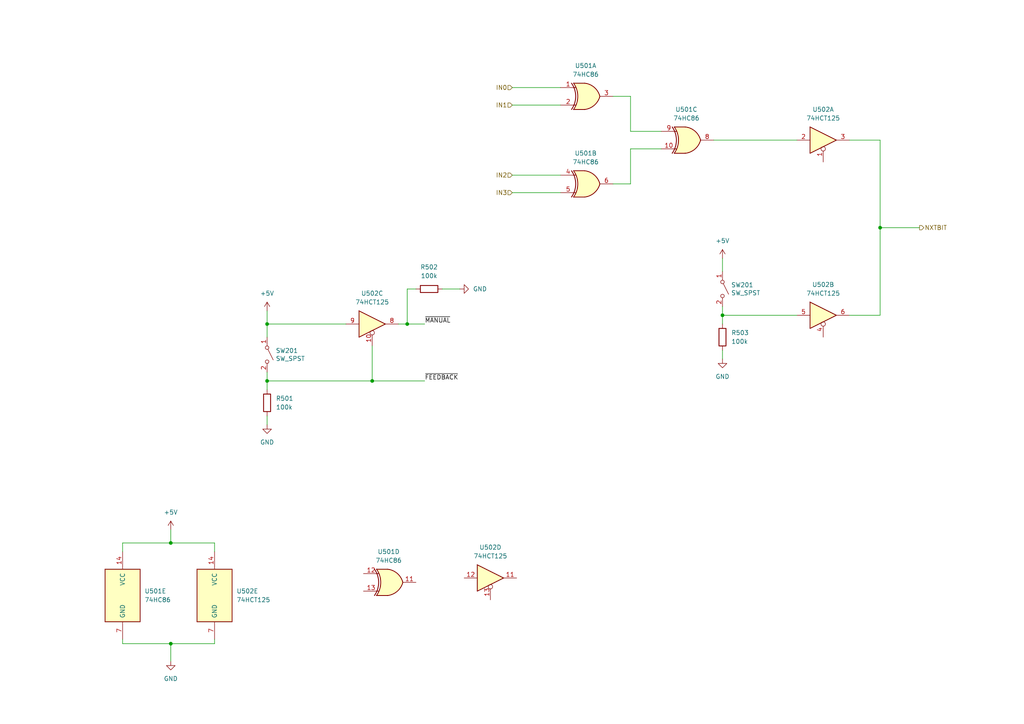
<source format=kicad_sch>
(kicad_sch (version 20230121) (generator eeschema)
  (paper "A4")
  (lib_symbols
    (symbol "74xx:74HC86" (pin_names (offset 1.016))
      (property "Reference" "U" (at 0 1.27 0))
      (property "Value" "74HC86" (at 0 -1.27 0))
      (symbol "74HC86_1_0"
        (arc (start -4.4196 -3.81) (mid -3.2033 0) (end -4.4196 3.81) (stroke (width 0.254)))
        (arc (start -3.81 -3.81) (mid -2.589 0) (end -3.81 3.81) (stroke (width 0.254)))
        (arc (start -0.6096 -3.81) (mid 2.1842 -2.5851) (end 3.81 0) (stroke (width 0.254)) (fill (type background)))
        (polyline (pts (xy -3.81 -3.81) (xy -0.635 -3.81)) (stroke (width 0.254)) (fill (type background)))
        (polyline (pts (xy -3.81 3.81) (xy -0.635 3.81)) (stroke (width 0.254)) (fill (type background)))
        (polyline (pts (xy -0.635 3.81) (xy -3.81 3.81) (xy -3.81 3.81) (xy -3.556 3.4036) (xy -3.0226 2.2606) (xy -2.6924 1.0414) (xy -2.6162 -0.254) (xy -2.7686 -1.4986) (xy -3.175 -2.7178) (xy -3.81 -3.81) (xy -3.81 -3.81) (xy -0.635 -3.81)) (stroke (width -25.4)) (fill (type background)))
        (arc (start 3.81 0) (mid 2.1915 2.5936) (end -0.6096 3.81) (stroke (width 0.254)) (fill (type background)))
        (pin input line (at -7.62 2.54 0) (length 4.445) (name "~") (number "1"))
        (pin input line (at -7.62 -2.54 0) (length 4.445) (name "~") (number "2"))
        (pin output line (at 7.62 0 180) (length 3.81) (name "~") (number "3"))
      )
      (symbol "74HC86_1_1"
        (polyline (pts (xy -3.81 -2.54) (xy -3.175 -2.54)) (stroke (width 0.1524)))
        (polyline (pts (xy -3.81 2.54) (xy -3.175 2.54)) (stroke (width 0.1524)))
      )
      (symbol "74HC86_2_0"
        (arc (start -4.4196 -3.81) (mid -3.2033 0) (end -4.4196 3.81) (stroke (width 0.254)))
        (arc (start -3.81 -3.81) (mid -2.589 0) (end -3.81 3.81) (stroke (width 0.254)))
        (arc (start -0.6096 -3.81) (mid 2.1842 -2.5851) (end 3.81 0) (stroke (width 0.254)) (fill (type background)))
        (polyline (pts (xy -3.81 -3.81) (xy -0.635 -3.81)) (stroke (width 0.254)) (fill (type background)))
        (polyline (pts (xy -3.81 3.81) (xy -0.635 3.81)) (stroke (width 0.254)) (fill (type background)))
        (polyline (pts (xy -0.635 3.81) (xy -3.81 3.81) (xy -3.81 3.81) (xy -3.556 3.4036) (xy -3.0226 2.2606) (xy -2.6924 1.0414) (xy -2.6162 -0.254) (xy -2.7686 -1.4986) (xy -3.175 -2.7178) (xy -3.81 -3.81) (xy -3.81 -3.81) (xy -0.635 -3.81)) (stroke (width -25.4)) (fill (type background)))
        (arc (start 3.81 0) (mid 2.1915 2.5936) (end -0.6096 3.81) (stroke (width 0.254)) (fill (type background)))
        (pin input line (at -7.62 2.54 0) (length 4.445) (name "~") (number "4"))
        (pin input line (at -7.62 -2.54 0) (length 4.445) (name "~") (number "5"))
        (pin output line (at 7.62 0 180) (length 3.81) (name "~") (number "6"))
      )
      (symbol "74HC86_2_1"
        (polyline (pts (xy -3.81 -2.54) (xy -3.175 -2.54)) (stroke (width 0.1524)))
        (polyline (pts (xy -3.81 2.54) (xy -3.175 2.54)) (stroke (width 0.1524)))
      )
      (symbol "74HC86_3_0"
        (arc (start -4.4196 -3.81) (mid -3.2033 0) (end -4.4196 3.81) (stroke (width 0.254)))
        (arc (start -3.81 -3.81) (mid -2.589 0) (end -3.81 3.81) (stroke (width 0.254)))
        (arc (start -0.6096 -3.81) (mid 2.1842 -2.5851) (end 3.81 0) (stroke (width 0.254)) (fill (type background)))
        (polyline (pts (xy -3.81 -3.81) (xy -0.635 -3.81)) (stroke (width 0.254)) (fill (type background)))
        (polyline (pts (xy -3.81 3.81) (xy -0.635 3.81)) (stroke (width 0.254)) (fill (type background)))
        (polyline (pts (xy -0.635 3.81) (xy -3.81 3.81) (xy -3.81 3.81) (xy -3.556 3.4036) (xy -3.0226 2.2606) (xy -2.6924 1.0414) (xy -2.6162 -0.254) (xy -2.7686 -1.4986) (xy -3.175 -2.7178) (xy -3.81 -3.81) (xy -3.81 -3.81) (xy -0.635 -3.81)) (stroke (width -25.4)) (fill (type background)))
        (arc (start 3.81 0) (mid 2.1915 2.5936) (end -0.6096 3.81) (stroke (width 0.254)) (fill (type background)))
        (pin input line (at -7.62 -2.54 0) (length 4.445) (name "~") (number "10"))
        (pin output line (at 7.62 0 180) (length 3.81) (name "~") (number "8"))
        (pin input line (at -7.62 2.54 0) (length 4.445) (name "~") (number "9"))
      )
      (symbol "74HC86_3_1"
        (polyline (pts (xy -3.81 -2.54) (xy -3.175 -2.54)) (stroke (width 0.1524)))
        (polyline (pts (xy -3.81 2.54) (xy -3.175 2.54)) (stroke (width 0.1524)))
      )
      (symbol "74HC86_4_0"
        (arc (start -4.4196 -3.81) (mid -3.2033 0) (end -4.4196 3.81) (stroke (width 0.254)))
        (arc (start -3.81 -3.81) (mid -2.589 0) (end -3.81 3.81) (stroke (width 0.254)))
        (arc (start -0.6096 -3.81) (mid 2.1842 -2.5851) (end 3.81 0) (stroke (width 0.254)) (fill (type background)))
        (polyline (pts (xy -3.81 -3.81) (xy -0.635 -3.81)) (stroke (width 0.254)) (fill (type background)))
        (polyline (pts (xy -3.81 3.81) (xy -0.635 3.81)) (stroke (width 0.254)) (fill (type background)))
        (polyline (pts (xy -0.635 3.81) (xy -3.81 3.81) (xy -3.81 3.81) (xy -3.556 3.4036) (xy -3.0226 2.2606) (xy -2.6924 1.0414) (xy -2.6162 -0.254) (xy -2.7686 -1.4986) (xy -3.175 -2.7178) (xy -3.81 -3.81) (xy -3.81 -3.81) (xy -0.635 -3.81)) (stroke (width -25.4)) (fill (type background)))
        (arc (start 3.81 0) (mid 2.1915 2.5936) (end -0.6096 3.81) (stroke (width 0.254)) (fill (type background)))
        (pin output line (at 7.62 0 180) (length 3.81) (name "~") (number "11"))
        (pin input line (at -7.62 2.54 0) (length 4.445) (name "~") (number "12"))
        (pin input line (at -7.62 -2.54 0) (length 4.445) (name "~") (number "13"))
      )
      (symbol "74HC86_4_1"
        (polyline (pts (xy -3.81 -2.54) (xy -3.175 -2.54)) (stroke (width 0.1524)))
        (polyline (pts (xy -3.81 2.54) (xy -3.175 2.54)) (stroke (width 0.1524)))
      )
      (symbol "74HC86_5_0"
        (pin power_in line (at 0 12.7 270) (length 5.08) (name "VCC") (number "14"))
        (pin power_in line (at 0 -12.7 90) (length 5.08) (name "GND") (number "7"))
      )
      (symbol "74HC86_5_1"
        (rectangle (start -5.08 7.62) (end 5.08 -7.62) (stroke (width 0.254)) (fill (type background)))
      )
    )
    (symbol "74xx:74LS125" (pin_names (offset 1.016))
      (property "Reference" "U" (at 0 1.27 0))
      (property "Value" "74LS125" (at 0 -1.27 0))
      (symbol "74LS125_1_0"
        (polyline (pts (xy -3.81 3.81) (xy -3.81 -3.81) (xy 3.81 0) (xy -3.81 3.81)) (stroke (width 0.254)) (fill (type background)))
        (pin input inverted (at 0 -6.35 90) (length 4.445) (name "~") (number "1"))
        (pin input line (at -7.62 0 0) (length 3.81) (name "~") (number "2"))
        (pin tri_state line (at 7.62 0 180) (length 3.81) (name "~") (number "3"))
      )
      (symbol "74LS125_2_0"
        (polyline (pts (xy -3.81 3.81) (xy -3.81 -3.81) (xy 3.81 0) (xy -3.81 3.81)) (stroke (width 0.254)) (fill (type background)))
        (pin input inverted (at 0 -6.35 90) (length 4.445) (name "~") (number "4"))
        (pin input line (at -7.62 0 0) (length 3.81) (name "~") (number "5"))
        (pin tri_state line (at 7.62 0 180) (length 3.81) (name "~") (number "6"))
      )
      (symbol "74LS125_3_0"
        (polyline (pts (xy -3.81 3.81) (xy -3.81 -3.81) (xy 3.81 0) (xy -3.81 3.81)) (stroke (width 0.254)) (fill (type background)))
        (pin input inverted (at 0 -6.35 90) (length 4.445) (name "~") (number "10"))
        (pin tri_state line (at 7.62 0 180) (length 3.81) (name "~") (number "8"))
        (pin input line (at -7.62 0 0) (length 3.81) (name "~") (number "9"))
      )
      (symbol "74LS125_4_0"
        (polyline (pts (xy -3.81 3.81) (xy -3.81 -3.81) (xy 3.81 0) (xy -3.81 3.81)) (stroke (width 0.254)) (fill (type background)))
        (pin tri_state line (at 7.62 0 180) (length 3.81) (name "~") (number "11"))
        (pin input line (at -7.62 0 0) (length 3.81) (name "~") (number "12"))
        (pin input inverted (at 0 -6.35 90) (length 4.445) (name "~") (number "13"))
      )
      (symbol "74LS125_5_0"
        (pin power_in line (at 0 12.7 270) (length 5.08) (name "VCC") (number "14"))
        (pin power_in line (at 0 -12.7 90) (length 5.08) (name "GND") (number "7"))
      )
      (symbol "74LS125_5_1"
        (rectangle (start -5.08 7.62) (end 5.08 -7.62) (stroke (width 0.254)) (fill (type background)))
      )
    )
    (symbol "Device:R" (pin_numbers hide) (pin_names (offset 0))
      (property "Reference" "R" (at 2.032 0 90))
      (property "Value" "R" (at 0 0 90))
      (symbol "R_0_1"
        (rectangle (start -1.016 -2.54) (end 1.016 2.54) (stroke (width 0.254)))
      )
      (symbol "R_1_1"
        (pin passive line (at 0 3.81 270) (length 1.27) (name "~") (number "1"))
        (pin passive line (at 0 -3.81 90) (length 1.27) (name "~") (number "2"))
      )
    )
    (symbol "Switch:SW_SPST" (pin_names (offset 0) hide)
      (property "Reference" "SW" (at 0 3.175 0))
      (property "Value" "SW_SPST" (at 0 -2.54 0))
      (symbol "SW_SPST_0_0"
        (circle (center -2.032 0) (radius 0.508))
        (polyline (pts (xy -1.524 0.254) (xy 1.524 1.778)))
        (circle (center 2.032 0) (radius 0.508))
      )
      (symbol "SW_SPST_1_1"
        (pin passive line (at -5.08 0 0) (length 2.54) (name "A") (number "1"))
        (pin passive line (at 5.08 0 180) (length 2.54) (name "B") (number "2"))
      )
    )
    (symbol "power:+5V" (power) (pin_names (offset 0))
      (property "Value" "+5V" (at 0 3.556 0))
      (symbol "+5V_0_1"
        (polyline (pts (xy -0.762 1.27) (xy 0 2.54)))
        (polyline (pts (xy 0 0) (xy 0 2.54)))
        (polyline (pts (xy 0 2.54) (xy 0.762 1.27)))
      )
      (symbol "+5V_1_1"
        (pin power_in line (at 0 0 90) (length 0) hide (name "+5V") (number "1"))
      )
    )
    (symbol "power:GND" (power) (pin_names (offset 0))
      (property "Value" "GND" (at 0 -3.81 0))
      (symbol "GND_0_1"
        (polyline (pts (xy 0 0) (xy 0 -1.27) (xy 1.27 -1.27) (xy 0 -2.54) (xy -1.27 -1.27) (xy 0 -1.27)))
      )
      (symbol "GND_1_1"
        (pin power_in line (at 0 0 270) (length 0) hide (name "GND") (number "1"))
      )
    )
  )
  (junction (at 255.27 66.04))
  (junction (at 49.53 186.69))
  (junction (at 209.55 91.44))
  (junction (at 118.11 93.98))
  (junction (at 77.47 110.49))
  (junction (at 107.95 110.49))
  (junction (at 49.53 157.48))
  (junction (at 77.47 93.98))
  (wire (pts (xy 255.27 91.44) (xy 246.38 91.44)))
  (wire (pts (xy 231.14 91.44) (xy 209.55 91.44)))
  (wire (pts (xy 62.23 186.69) (xy 62.23 185.42)))
  (wire (pts (xy 191.77 38.1) (xy 182.88 38.1)))
  (wire (pts (xy 118.11 93.98) (xy 118.11 83.82)))
  (wire (pts (xy 209.55 91.44) (xy 209.55 93.98)))
  (wire (pts (xy 209.55 74.93) (xy 209.55 78.74)))
  (wire (pts (xy 255.27 66.04) (xy 266.7 66.04)))
  (wire (pts (xy 115.57 93.98) (xy 118.11 93.98)))
  (wire (pts (xy 35.56 157.48) (xy 49.53 157.48)))
  (wire (pts (xy 148.59 55.88) (xy 162.56 55.88)))
  (wire (pts (xy 128.27 83.82) (xy 133.35 83.82)))
  (wire (pts (xy 118.11 83.82) (xy 120.65 83.82)))
  (wire (pts (xy 77.47 110.49) (xy 107.95 110.49)))
  (wire (pts (xy 207.01 40.64) (xy 231.14 40.64)))
  (wire (pts (xy 77.47 93.98) (xy 100.33 93.98)))
  (wire (pts (xy 35.56 185.42) (xy 35.56 186.69)))
  (wire (pts (xy 77.47 90.17) (xy 77.47 93.98)))
  (wire (pts (xy 35.56 160.02) (xy 35.56 157.48)))
  (wire (pts (xy 77.47 107.95) (xy 77.47 110.49)))
  (wire (pts (xy 49.53 186.69) (xy 62.23 186.69)))
  (wire (pts (xy 107.95 100.33) (xy 107.95 110.49)))
  (wire (pts (xy 148.59 30.48) (xy 162.56 30.48)))
  (wire (pts (xy 77.47 110.49) (xy 77.47 113.03)))
  (wire (pts (xy 49.53 157.48) (xy 62.23 157.48)))
  (wire (pts (xy 177.8 53.34) (xy 182.88 53.34)))
  (wire (pts (xy 62.23 157.48) (xy 62.23 160.02)))
  (wire (pts (xy 182.88 43.18) (xy 191.77 43.18)))
  (wire (pts (xy 209.55 91.44) (xy 209.55 88.9)))
  (wire (pts (xy 49.53 186.69) (xy 49.53 191.77)))
  (wire (pts (xy 182.88 38.1) (xy 182.88 27.94)))
  (wire (pts (xy 107.95 110.49) (xy 123.19 110.49)))
  (wire (pts (xy 148.59 25.4) (xy 162.56 25.4)))
  (wire (pts (xy 35.56 186.69) (xy 49.53 186.69)))
  (wire (pts (xy 209.55 101.6) (xy 209.55 104.14)))
  (wire (pts (xy 118.11 93.98) (xy 123.19 93.98)))
  (wire (pts (xy 77.47 93.98) (xy 77.47 97.79)))
  (wire (pts (xy 182.88 53.34) (xy 182.88 43.18)))
  (wire (pts (xy 246.38 40.64) (xy 255.27 40.64)))
  (wire (pts (xy 182.88 27.94) (xy 177.8 27.94)))
  (wire (pts (xy 148.59 50.8) (xy 162.56 50.8)))
  (wire (pts (xy 77.47 120.65) (xy 77.47 123.19)))
  (wire (pts (xy 255.27 66.04) (xy 255.27 91.44)))
  (wire (pts (xy 49.53 153.67) (xy 49.53 157.48)))
  (wire (pts (xy 255.27 40.64) (xy 255.27 66.04)))
  (label "~{FEEDBACK}" (at 123.19 110.49 0))
  (label "~{MANUAL}" (at 123.19 93.98 0))
  (hierarchical_label "IN1" (shape input) (at 148.59 30.48 180))
  (hierarchical_label "IN2" (shape input) (at 148.59 50.8 180))
  (hierarchical_label "IN3" (shape input) (at 148.59 55.88 180))
  (hierarchical_label "IN0" (shape input) (at 148.59 25.4 180))
  (hierarchical_label "NXTBIT" (shape output) (at 266.7 66.04 0))
  (symbol (lib_id "power:+5V") (at 77.47 90.17 0) (unit 1)
    (property "Reference" "#PWR0503" (effects hide))
    (property "Value" "+5V" (at 77.47 85.09 0))
  )
  (symbol (lib_id "Device:R") (at 209.55 97.79 0) (unit 1)
    (property "Reference" "R503" (at 212.09 96.52 0) (effects (justify left)))
    (property "Value" "100k" (at 212.09 99.06 0) (effects (justify left)))
    (property "Footprint" "Resistor_THT:R_Axial_DIN0207_L6.3mm_D2.5mm_P7.62mm_Horizontal" (effects hide))
  )
  (symbol (lib_id "74xx:74LS125") (at 238.76 40.64 0) (unit 1)
    (property "Reference" "U502" (at 238.76 31.75 0))
    (property "Value" "74HCT125" (at 238.76 34.29 0))
    (property "Footprint" "Package_DIP:DIP-14_W7.62mm_Socket" (effects hide))
    (property "Datasheet" "http://www.ti.com/lit/gpn/sn74LS125" (effects hide))
  )
  (symbol (lib_id "power:GND") (at 133.35 83.82 90) (unit 1)
    (property "Reference" "#PWR0505" (effects hide))
    (property "Value" "GND" (at 137.16 83.82 90) (effects (justify right)))
  )
  (symbol (lib_id "74xx:74HC86") (at 170.18 53.34 0) (unit 2)
    (property "Reference" "U501" (at 169.8752 44.45 0))
    (property "Value" "74HC86" (at 169.8752 46.99 0))
    (property "Footprint" "Package_DIP:DIP-14_W7.62mm_Socket" (effects hide))
    (property "Datasheet" "http://www.ti.com/lit/gpn/sn74HC86" (effects hide))
  )
  (symbol (lib_id "power:GND") (at 209.55 104.14 0) (unit 1)
    (property "Reference" "#PWR0507" (effects hide))
    (property "Value" "GND" (at 209.55 109.22 0))
  )
  (symbol (lib_id "74xx:74LS125") (at 62.23 172.72 0) (unit 5)
    (property "Reference" "U502" (at 68.58 171.45 0) (effects (justify left)))
    (property "Value" "74HCT125" (at 68.58 173.99 0) (effects (justify left)))
    (property "Footprint" "Package_DIP:DIP-14_W7.62mm_Socket" (effects hide))
    (property "Datasheet" "http://www.ti.com/lit/gpn/sn74LS125" (effects hide))
  )
  (symbol (lib_id "Device:R") (at 77.47 116.84 0) (unit 1)
    (property "Reference" "R501" (at 80.01 115.57 0) (effects (justify left)))
    (property "Value" "100k" (at 80.01 118.11 0) (effects (justify left)))
    (property "Footprint" "Resistor_THT:R_Axial_DIN0207_L6.3mm_D2.5mm_P7.62mm_Horizontal" (effects hide))
  )
  (symbol (lib_id "Switch:SW_SPST") (at 209.55 83.82 270) (unit 1)
    (property "Reference" "SW201" (at 212.0392 82.6516 90) (effects (justify left)))
    (property "Value" "SW_SPST" (at 212.0392 84.963 90) (effects (justify left)))
    (property "Footprint" "Button_Switch_THT:SW_PUSH_6mm" (effects hide))
    (instances (project "LFSR Logo" (path "" (reference "SW201") (unit 1))) (project "LFSR Disc 24" (path "" (reference "SW502") (unit 1))))
  )
  (symbol (lib_id "74xx:74HC86") (at 113.03 168.91 0) (unit 4)
    (property "Reference" "U501" (at 112.7252 160.02 0))
    (property "Value" "74HC86" (at 112.7252 162.56 0))
    (property "Footprint" "Package_DIP:DIP-14_W7.62mm_Socket" (effects hide))
    (property "Datasheet" "http://www.ti.com/lit/gpn/sn74HC86" (effects hide))
  )
  (symbol (lib_id "74xx:74HC86") (at 170.18 27.94 0) (unit 1)
    (property "Reference" "U501" (at 169.8752 19.05 0))
    (property "Value" "74HC86" (at 169.8752 21.59 0))
    (property "Footprint" "Package_DIP:DIP-14_W7.62mm_Socket" (effects hide))
    (property "Datasheet" "http://www.ti.com/lit/gpn/sn74HC86" (effects hide))
  )
  (symbol (lib_id "power:GND") (at 49.53 191.77 0) (unit 1)
    (property "Reference" "#PWR0502" (effects hide))
    (property "Value" "GND" (at 49.53 196.85 0))
  )
  (symbol (lib_id "power:GND") (at 77.47 123.19 0) (unit 1)
    (property "Reference" "#PWR0504" (effects hide))
    (property "Value" "GND" (at 77.47 128.27 0))
  )
  (symbol (lib_id "74xx:74LS125") (at 238.76 91.44 0) (unit 2)
    (property "Reference" "U502" (at 238.76 82.55 0))
    (property "Value" "74HCT125" (at 238.76 85.09 0))
    (property "Footprint" "Package_DIP:DIP-14_W7.62mm_Socket" (effects hide))
    (property "Datasheet" "http://www.ti.com/lit/gpn/sn74LS125" (effects hide))
  )
  (symbol (lib_id "74xx:74LS125") (at 107.95 93.98 0) (unit 3)
    (property "Reference" "U502" (at 107.95 85.09 0))
    (property "Value" "74HCT125" (at 107.95 87.63 0))
    (property "Footprint" "Package_DIP:DIP-14_W7.62mm_Socket" (effects hide))
    (property "Datasheet" "http://www.ti.com/lit/gpn/sn74LS125" (effects hide))
  )
  (symbol (lib_id "74xx:74HC86") (at 199.39 40.64 0) (unit 3)
    (property "Reference" "U501" (at 199.0852 31.75 0))
    (property "Value" "74HC86" (at 199.0852 34.29 0))
    (property "Footprint" "Package_DIP:DIP-14_W7.62mm_Socket" (effects hide))
    (property "Datasheet" "http://www.ti.com/lit/gpn/sn74HC86" (effects hide))
  )
  (symbol (lib_id "74xx:74LS125") (at 142.24 167.64 0) (unit 4)
    (property "Reference" "U502" (at 142.24 158.75 0))
    (property "Value" "74HCT125" (at 142.24 161.29 0))
    (property "Footprint" "Package_DIP:DIP-14_W7.62mm_Socket" (effects hide))
    (property "Datasheet" "http://www.ti.com/lit/gpn/sn74LS125" (effects hide))
  )
  (symbol (lib_id "power:+5V") (at 49.53 153.67 0) (unit 1)
    (property "Reference" "#PWR0501" (effects hide))
    (property "Value" "+5V" (at 49.53 148.59 0))
  )
  (symbol (lib_id "Device:R") (at 124.46 83.82 90) (unit 1)
    (property "Reference" "R502" (at 124.46 77.47 90))
    (property "Value" "100k" (at 124.46 80.01 90))
    (property "Footprint" "Resistor_THT:R_Axial_DIN0207_L6.3mm_D2.5mm_P7.62mm_Horizontal" (effects hide))
  )
  (symbol (lib_id "power:+5V") (at 209.55 74.93 0) (unit 1)
    (property "Reference" "#PWR0506" (effects hide))
    (property "Value" "+5V" (at 209.55 69.85 0))
  )
  (symbol (lib_id "74xx:74HC86") (at 35.56 172.72 0) (unit 5)
    (property "Reference" "U501" (at 41.91 171.45 0) (effects (justify left)))
    (property "Value" "74HC86" (at 41.91 173.99 0) (effects (justify left)))
    (property "Footprint" "Package_DIP:DIP-14_W7.62mm_Socket" (effects hide))
    (property "Datasheet" "http://www.ti.com/lit/gpn/sn74HC86" (effects hide))
  )
  (symbol (lib_id "Switch:SW_SPST") (at 77.47 102.87 270) (unit 1)
    (property "Reference" "SW201" (at 79.9592 101.7016 90) (effects (justify left)))
    (property "Value" "SW_SPST" (at 79.9592 104.013 90) (effects (justify left)))
    (property "Footprint" "Button_Switch_THT:SW_PUSH_6mm" (effects hide))
    (instances (project "LFSR Logo" (path "" (reference "SW201") (unit 1))) (project "LFSR Disc 24" (path "" (reference "SW501") (unit 1))))
  )
)
</source>
